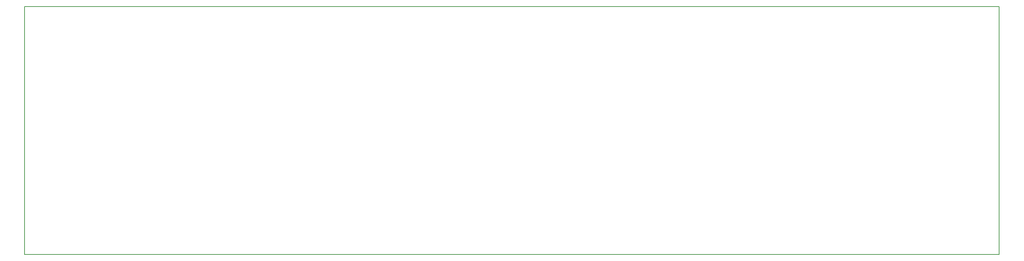
<source format=gbr>
G04 #@! TF.FileFunction,Profile,NP*
%FSLAX46Y46*%
G04 Gerber Fmt 4.6, Leading zero omitted, Abs format (unit mm)*
G04 Created by KiCad (PCBNEW 4.0.7-e2-6376~58~ubuntu16.04.1) date Wed Apr  4 21:12:27 2018*
%MOMM*%
%LPD*%
G01*
G04 APERTURE LIST*
%ADD10C,0.100000*%
%ADD11C,0.150000*%
G04 APERTURE END LIST*
D10*
D11*
X238760000Y60960000D02*
X0Y60960000D01*
X238760000Y0D02*
X238760000Y60960000D01*
X0Y0D02*
X238760000Y0D01*
X0Y60960000D02*
X0Y0D01*
M02*

</source>
